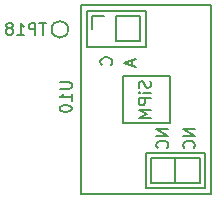
<source format=gbr>
%TF.GenerationSoftware,KiCad,Pcbnew,7.0.2-0*%
%TF.CreationDate,2025-01-08T13:19:12-05:00*%
%TF.ProjectId,plaqchek_sipm_sens,706c6171-6368-4656-9b5f-7369706d5f73,rev?*%
%TF.SameCoordinates,Original*%
%TF.FileFunction,Legend,Bot*%
%TF.FilePolarity,Positive*%
%FSLAX46Y46*%
G04 Gerber Fmt 4.6, Leading zero omitted, Abs format (unit mm)*
G04 Created by KiCad (PCBNEW 7.0.2-0) date 2025-01-08 13:19:12*
%MOMM*%
%LPD*%
G01*
G04 APERTURE LIST*
%ADD10C,0.153000*%
G04 APERTURE END LIST*
D10*
%TO.C,TP18*%
X156388094Y-86812619D02*
X155816666Y-86812619D01*
X156102380Y-87812619D02*
X156102380Y-86812619D01*
X155483332Y-87812619D02*
X155483332Y-86812619D01*
X155483332Y-86812619D02*
X155102380Y-86812619D01*
X155102380Y-86812619D02*
X155007142Y-86860238D01*
X155007142Y-86860238D02*
X154959523Y-86907857D01*
X154959523Y-86907857D02*
X154911904Y-87003095D01*
X154911904Y-87003095D02*
X154911904Y-87145952D01*
X154911904Y-87145952D02*
X154959523Y-87241190D01*
X154959523Y-87241190D02*
X155007142Y-87288809D01*
X155007142Y-87288809D02*
X155102380Y-87336428D01*
X155102380Y-87336428D02*
X155483332Y-87336428D01*
X153959523Y-87812619D02*
X154530951Y-87812619D01*
X154245237Y-87812619D02*
X154245237Y-86812619D01*
X154245237Y-86812619D02*
X154340475Y-86955476D01*
X154340475Y-86955476D02*
X154435713Y-87050714D01*
X154435713Y-87050714D02*
X154530951Y-87098333D01*
X153388094Y-87241190D02*
X153483332Y-87193571D01*
X153483332Y-87193571D02*
X153530951Y-87145952D01*
X153530951Y-87145952D02*
X153578570Y-87050714D01*
X153578570Y-87050714D02*
X153578570Y-87003095D01*
X153578570Y-87003095D02*
X153530951Y-86907857D01*
X153530951Y-86907857D02*
X153483332Y-86860238D01*
X153483332Y-86860238D02*
X153388094Y-86812619D01*
X153388094Y-86812619D02*
X153197618Y-86812619D01*
X153197618Y-86812619D02*
X153102380Y-86860238D01*
X153102380Y-86860238D02*
X153054761Y-86907857D01*
X153054761Y-86907857D02*
X153007142Y-87003095D01*
X153007142Y-87003095D02*
X153007142Y-87050714D01*
X153007142Y-87050714D02*
X153054761Y-87145952D01*
X153054761Y-87145952D02*
X153102380Y-87193571D01*
X153102380Y-87193571D02*
X153197618Y-87241190D01*
X153197618Y-87241190D02*
X153388094Y-87241190D01*
X153388094Y-87241190D02*
X153483332Y-87288809D01*
X153483332Y-87288809D02*
X153530951Y-87336428D01*
X153530951Y-87336428D02*
X153578570Y-87431666D01*
X153578570Y-87431666D02*
X153578570Y-87622142D01*
X153578570Y-87622142D02*
X153530951Y-87717380D01*
X153530951Y-87717380D02*
X153483332Y-87765000D01*
X153483332Y-87765000D02*
X153388094Y-87812619D01*
X153388094Y-87812619D02*
X153197618Y-87812619D01*
X153197618Y-87812619D02*
X153102380Y-87765000D01*
X153102380Y-87765000D02*
X153054761Y-87717380D01*
X153054761Y-87717380D02*
X153007142Y-87622142D01*
X153007142Y-87622142D02*
X153007142Y-87431666D01*
X153007142Y-87431666D02*
X153054761Y-87336428D01*
X153054761Y-87336428D02*
X153102380Y-87288809D01*
X153102380Y-87288809D02*
X153197618Y-87241190D01*
%TO.C,U10*%
X157557219Y-91805305D02*
X158366742Y-91805305D01*
X158366742Y-91805305D02*
X158461980Y-91852924D01*
X158461980Y-91852924D02*
X158509600Y-91900543D01*
X158509600Y-91900543D02*
X158557219Y-91995781D01*
X158557219Y-91995781D02*
X158557219Y-92186257D01*
X158557219Y-92186257D02*
X158509600Y-92281495D01*
X158509600Y-92281495D02*
X158461980Y-92329114D01*
X158461980Y-92329114D02*
X158366742Y-92376733D01*
X158366742Y-92376733D02*
X157557219Y-92376733D01*
X158557219Y-93376733D02*
X158557219Y-92805305D01*
X158557219Y-93091019D02*
X157557219Y-93091019D01*
X157557219Y-93091019D02*
X157700076Y-92995781D01*
X157700076Y-92995781D02*
X157795314Y-92900543D01*
X157795314Y-92900543D02*
X157842933Y-92805305D01*
X157557219Y-93995781D02*
X157557219Y-94091019D01*
X157557219Y-94091019D02*
X157604838Y-94186257D01*
X157604838Y-94186257D02*
X157652457Y-94233876D01*
X157652457Y-94233876D02*
X157747695Y-94281495D01*
X157747695Y-94281495D02*
X157938171Y-94329114D01*
X157938171Y-94329114D02*
X158176266Y-94329114D01*
X158176266Y-94329114D02*
X158366742Y-94281495D01*
X158366742Y-94281495D02*
X158461980Y-94233876D01*
X158461980Y-94233876D02*
X158509600Y-94186257D01*
X158509600Y-94186257D02*
X158557219Y-94091019D01*
X158557219Y-94091019D02*
X158557219Y-93995781D01*
X158557219Y-93995781D02*
X158509600Y-93900543D01*
X158509600Y-93900543D02*
X158461980Y-93852924D01*
X158461980Y-93852924D02*
X158366742Y-93805305D01*
X158366742Y-93805305D02*
X158176266Y-93757686D01*
X158176266Y-93757686D02*
X157938171Y-93757686D01*
X157938171Y-93757686D02*
X157747695Y-93805305D01*
X157747695Y-93805305D02*
X157652457Y-93852924D01*
X157652457Y-93852924D02*
X157604838Y-93900543D01*
X157604838Y-93900543D02*
X157557219Y-93995781D01*
X161897368Y-90329156D02*
X161944988Y-90281537D01*
X161944988Y-90281537D02*
X161992607Y-90138680D01*
X161992607Y-90138680D02*
X161992607Y-90043442D01*
X161992607Y-90043442D02*
X161944988Y-89900585D01*
X161944988Y-89900585D02*
X161849749Y-89805347D01*
X161849749Y-89805347D02*
X161754511Y-89757728D01*
X161754511Y-89757728D02*
X161564035Y-89710109D01*
X161564035Y-89710109D02*
X161421178Y-89710109D01*
X161421178Y-89710109D02*
X161230702Y-89757728D01*
X161230702Y-89757728D02*
X161135464Y-89805347D01*
X161135464Y-89805347D02*
X161040226Y-89900585D01*
X161040226Y-89900585D02*
X160992607Y-90043442D01*
X160992607Y-90043442D02*
X160992607Y-90138680D01*
X160992607Y-90138680D02*
X161040226Y-90281537D01*
X161040226Y-90281537D02*
X161087845Y-90329156D01*
X166742607Y-95757728D02*
X165742607Y-95757728D01*
X165742607Y-95757728D02*
X166742607Y-96329156D01*
X166742607Y-96329156D02*
X165742607Y-96329156D01*
X166647368Y-97376775D02*
X166694988Y-97329156D01*
X166694988Y-97329156D02*
X166742607Y-97186299D01*
X166742607Y-97186299D02*
X166742607Y-97091061D01*
X166742607Y-97091061D02*
X166694988Y-96948204D01*
X166694988Y-96948204D02*
X166599749Y-96852966D01*
X166599749Y-96852966D02*
X166504511Y-96805347D01*
X166504511Y-96805347D02*
X166314035Y-96757728D01*
X166314035Y-96757728D02*
X166171178Y-96757728D01*
X166171178Y-96757728D02*
X165980702Y-96805347D01*
X165980702Y-96805347D02*
X165885464Y-96852966D01*
X165885464Y-96852966D02*
X165790226Y-96948204D01*
X165790226Y-96948204D02*
X165742607Y-97091061D01*
X165742607Y-97091061D02*
X165742607Y-97186299D01*
X165742607Y-97186299D02*
X165790226Y-97329156D01*
X165790226Y-97329156D02*
X165837845Y-97376775D01*
X168992607Y-95757728D02*
X167992607Y-95757728D01*
X167992607Y-95757728D02*
X168992607Y-96329156D01*
X168992607Y-96329156D02*
X167992607Y-96329156D01*
X168897368Y-97376775D02*
X168944988Y-97329156D01*
X168944988Y-97329156D02*
X168992607Y-97186299D01*
X168992607Y-97186299D02*
X168992607Y-97091061D01*
X168992607Y-97091061D02*
X168944988Y-96948204D01*
X168944988Y-96948204D02*
X168849749Y-96852966D01*
X168849749Y-96852966D02*
X168754511Y-96805347D01*
X168754511Y-96805347D02*
X168564035Y-96757728D01*
X168564035Y-96757728D02*
X168421178Y-96757728D01*
X168421178Y-96757728D02*
X168230702Y-96805347D01*
X168230702Y-96805347D02*
X168135464Y-96852966D01*
X168135464Y-96852966D02*
X168040226Y-96948204D01*
X168040226Y-96948204D02*
X167992607Y-97091061D01*
X167992607Y-97091061D02*
X167992607Y-97186299D01*
X167992607Y-97186299D02*
X168040226Y-97329156D01*
X168040226Y-97329156D02*
X168087845Y-97376775D01*
X165194988Y-91710109D02*
X165242607Y-91852966D01*
X165242607Y-91852966D02*
X165242607Y-92091061D01*
X165242607Y-92091061D02*
X165194988Y-92186299D01*
X165194988Y-92186299D02*
X165147368Y-92233918D01*
X165147368Y-92233918D02*
X165052130Y-92281537D01*
X165052130Y-92281537D02*
X164956892Y-92281537D01*
X164956892Y-92281537D02*
X164861654Y-92233918D01*
X164861654Y-92233918D02*
X164814035Y-92186299D01*
X164814035Y-92186299D02*
X164766416Y-92091061D01*
X164766416Y-92091061D02*
X164718797Y-91900585D01*
X164718797Y-91900585D02*
X164671178Y-91805347D01*
X164671178Y-91805347D02*
X164623559Y-91757728D01*
X164623559Y-91757728D02*
X164528321Y-91710109D01*
X164528321Y-91710109D02*
X164433083Y-91710109D01*
X164433083Y-91710109D02*
X164337845Y-91757728D01*
X164337845Y-91757728D02*
X164290226Y-91805347D01*
X164290226Y-91805347D02*
X164242607Y-91900585D01*
X164242607Y-91900585D02*
X164242607Y-92138680D01*
X164242607Y-92138680D02*
X164290226Y-92281537D01*
X165242607Y-92710109D02*
X164575940Y-92710109D01*
X164242607Y-92710109D02*
X164290226Y-92662490D01*
X164290226Y-92662490D02*
X164337845Y-92710109D01*
X164337845Y-92710109D02*
X164290226Y-92757728D01*
X164290226Y-92757728D02*
X164242607Y-92710109D01*
X164242607Y-92710109D02*
X164337845Y-92710109D01*
X165242607Y-93186299D02*
X164242607Y-93186299D01*
X164242607Y-93186299D02*
X164242607Y-93567251D01*
X164242607Y-93567251D02*
X164290226Y-93662489D01*
X164290226Y-93662489D02*
X164337845Y-93710108D01*
X164337845Y-93710108D02*
X164433083Y-93757727D01*
X164433083Y-93757727D02*
X164575940Y-93757727D01*
X164575940Y-93757727D02*
X164671178Y-93710108D01*
X164671178Y-93710108D02*
X164718797Y-93662489D01*
X164718797Y-93662489D02*
X164766416Y-93567251D01*
X164766416Y-93567251D02*
X164766416Y-93186299D01*
X165242607Y-94186299D02*
X164242607Y-94186299D01*
X164242607Y-94186299D02*
X164956892Y-94519632D01*
X164956892Y-94519632D02*
X164242607Y-94852965D01*
X164242607Y-94852965D02*
X165242607Y-94852965D01*
X163706892Y-89960109D02*
X163706892Y-90436299D01*
X163992607Y-89864871D02*
X162992607Y-90198204D01*
X162992607Y-90198204D02*
X163992607Y-90531537D01*
%TO.C,TP18*%
X158260000Y-87340000D02*
G75*
G03*
X158260000Y-87340000I-700000J0D01*
G01*
%TO.C,U10*%
X164387000Y-86243000D02*
X164387000Y-88363000D01*
X162327000Y-86243000D02*
X164387000Y-86243000D01*
X162327000Y-86243000D02*
X162327000Y-88363000D01*
X161327000Y-86243000D02*
X160267000Y-86243000D01*
X160267000Y-86243000D02*
X160267000Y-87303000D01*
X162327000Y-88363000D02*
X164387000Y-88363000D01*
X169387000Y-98243000D02*
X169387000Y-100363000D01*
X167327000Y-98243000D02*
X169387000Y-98243000D01*
X167327000Y-98243000D02*
X167327000Y-100363000D01*
X165267000Y-98243000D02*
X167327000Y-98243000D01*
X165267000Y-98243000D02*
X165267000Y-100363000D01*
X167327000Y-100363000D02*
X169387000Y-100363000D01*
X165267000Y-100363000D02*
X167327000Y-100363000D01*
X159327000Y-85303000D02*
X170327000Y-85303000D01*
X170327000Y-85303000D02*
X170327000Y-101303000D01*
X170327000Y-101303000D02*
X159327000Y-101303000D01*
X159327000Y-101303000D02*
X159327000Y-85303000D01*
X159827000Y-85803000D02*
X164827000Y-85803000D01*
X164827000Y-85803000D02*
X164827000Y-88803000D01*
X164827000Y-88803000D02*
X159827000Y-88803000D01*
X159827000Y-88803000D02*
X159827000Y-85803000D01*
X162864988Y-91269633D02*
X166864988Y-91269633D01*
X166864988Y-91269633D02*
X166864988Y-95269633D01*
X166864988Y-95269633D02*
X162864988Y-95269633D01*
X162864988Y-95269633D02*
X162864988Y-91269633D01*
X164827000Y-97803000D02*
X169827000Y-97803000D01*
X169827000Y-97803000D02*
X169827000Y-100803000D01*
X169827000Y-100803000D02*
X164827000Y-100803000D01*
X164827000Y-100803000D02*
X164827000Y-97803000D01*
%TD*%
M02*

</source>
